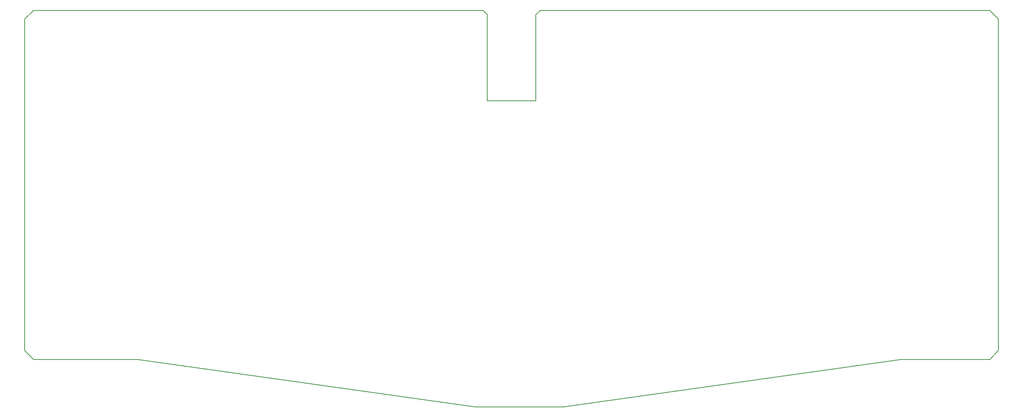
<source format=gbr>
G04 #@! TF.GenerationSoftware,KiCad,Pcbnew,7.0.1-0*
G04 #@! TF.CreationDate,2023-07-08T08:54:48+09:00*
G04 #@! TF.ProjectId,cool838ax,636f6f6c-3833-4386-9178-2e6b69636164,rev?*
G04 #@! TF.SameCoordinates,Original*
G04 #@! TF.FileFunction,Profile,NP*
%FSLAX46Y46*%
G04 Gerber Fmt 4.6, Leading zero omitted, Abs format (unit mm)*
G04 Created by KiCad (PCBNEW 7.0.1-0) date 2023-07-08 08:54:48*
%MOMM*%
%LPD*%
G01*
G04 APERTURE LIST*
G04 #@! TA.AperFunction,Profile*
%ADD10C,0.150000*%
G04 #@! TD*
G04 APERTURE END LIST*
D10*
X-255414500Y43070011D02*
X-257414494Y45069998D01*
X-141493475Y101726266D02*
X-152493475Y101716266D01*
X-135234208Y32317163D02*
X-155234191Y32317167D01*
X-36580003Y120220001D02*
X-38580004Y122219998D01*
X-257414495Y120219982D02*
X-255414506Y122220001D01*
X-257414494Y45069998D02*
X-257414495Y120219982D01*
X-152493475Y101716266D02*
X-152497255Y121219994D01*
X-231744606Y43069994D02*
X-255414500Y43070011D01*
X-140497256Y122219994D02*
X-38580004Y122219998D01*
X-155234191Y32317167D02*
X-231744606Y43069994D01*
X-140497256Y122219994D02*
X-141497249Y121219999D01*
X-255414506Y122220001D02*
X-153497245Y122219998D01*
X-38580000Y43070000D02*
X-58723767Y43069990D01*
X-141497249Y121219999D02*
X-141493475Y101726266D01*
X-36580003Y120220001D02*
X-36579999Y45070011D01*
X-153497245Y122219998D02*
X-152497255Y121219994D01*
X-38580000Y43070000D02*
X-36580000Y45070009D01*
X-58723767Y43069990D02*
X-135234208Y32317163D01*
M02*

</source>
